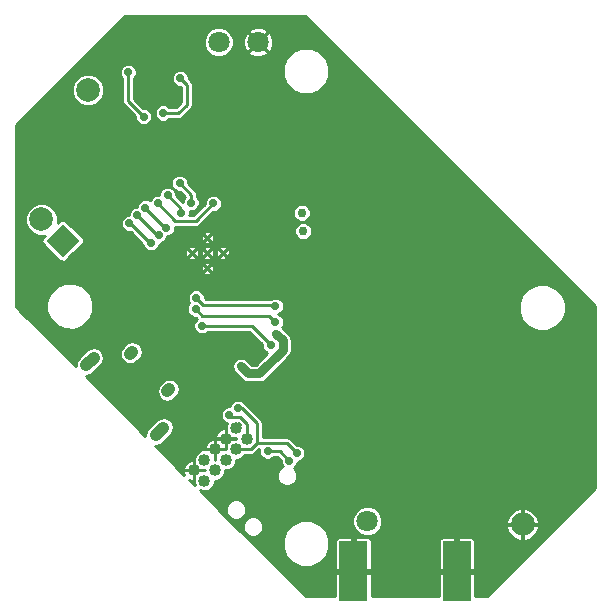
<source format=gbl>
G04 #@! TF.FileFunction,Copper,L2,Bot,Signal*
%FSLAX46Y46*%
G04 Gerber Fmt 4.6, Leading zero omitted, Abs format (unit mm)*
G04 Created by KiCad (PCBNEW 0.201509071501+6164~29~ubuntu14.04.1-product) date Wed 06 Jan 2016 18:25:32 GMT*
%MOMM*%
G01*
G04 APERTURE LIST*
%ADD10C,0.100000*%
%ADD11C,2.000000*%
%ADD12C,1.016000*%
%ADD13R,2.413000X5.080000*%
%ADD14C,1.800000*%
%ADD15C,0.750000*%
%ADD16C,1.000000*%
%ADD17C,0.400000*%
%ADD18C,0.700000*%
%ADD19C,0.750000*%
%ADD20C,0.500000*%
%ADD21C,0.250000*%
G04 APERTURE END LIST*
D10*
G36*
X106400000Y-106035786D02*
X107814214Y-107450000D01*
X106400000Y-108864214D01*
X104985786Y-107450000D01*
X106400000Y-106035786D01*
X106400000Y-106035786D01*
G37*
D11*
X104603949Y-105653949D03*
D12*
X121098025Y-123305923D03*
X121996051Y-124203949D03*
X120200000Y-124203949D03*
X121098025Y-125101975D03*
X119301974Y-125101975D03*
X120200000Y-126000000D03*
X118403949Y-126000000D03*
X119301974Y-126898026D03*
X117505923Y-126898026D03*
X118403949Y-127796051D03*
D13*
X139781500Y-135450000D03*
X131018500Y-135450000D03*
D14*
X132200000Y-131200000D03*
X119600000Y-90650000D03*
X122950000Y-90650000D03*
D15*
X126750000Y-106650000D03*
X126650000Y-105100000D03*
D11*
X108565224Y-94715224D03*
X145334776Y-131484776D03*
D16*
X115433021Y-120013604D02*
X115256245Y-120190380D01*
X112286396Y-116866979D02*
X112109620Y-117043755D01*
X114920369Y-123283973D02*
X114283973Y-123920369D01*
X109016027Y-117379631D02*
X108379631Y-118016027D01*
D17*
X119950000Y-108500000D03*
X118650000Y-109800000D03*
X118650000Y-107200000D03*
X117350000Y-108500000D03*
X118650000Y-108500000D03*
D18*
X125050000Y-115900000D03*
X124450000Y-115350000D03*
X121500000Y-118100000D03*
X122100000Y-118700000D03*
X116350000Y-93700000D03*
X114900000Y-96650000D03*
X111950000Y-93200000D03*
X113250000Y-96950000D03*
X106250000Y-100650000D03*
X128000000Y-112600000D03*
X124600000Y-112050000D03*
X115300000Y-113250000D03*
X114800000Y-108450000D03*
X113250000Y-108350000D03*
X122050000Y-106600000D03*
X116400000Y-121850000D03*
X115800000Y-121250000D03*
X125650000Y-105350000D03*
X121200000Y-102700000D03*
X141750000Y-136600000D03*
X141750000Y-134200000D03*
X129050000Y-134350000D03*
X129050000Y-136750000D03*
X141750000Y-135450000D03*
X129050000Y-135450000D03*
X127950000Y-102750000D03*
X128500000Y-98950000D03*
X109650000Y-110700000D03*
X132150000Y-99200000D03*
X120500000Y-128900000D03*
X121400000Y-128900000D03*
X125050000Y-97450000D03*
X112550000Y-112550000D03*
X115250000Y-115400000D03*
X115250000Y-114450000D03*
X118150000Y-116000000D03*
X121150000Y-101500000D03*
X118150000Y-96200000D03*
X118250000Y-95250000D03*
X110100000Y-96100000D03*
X111100000Y-96250000D03*
X114900000Y-94550000D03*
X115750000Y-94550000D03*
X114450000Y-104300000D03*
X119150000Y-104300000D03*
X120500000Y-122200000D03*
X123750000Y-125278800D03*
X125579081Y-126079081D03*
X121250000Y-121650000D03*
X126215479Y-125442683D03*
X112050000Y-106000000D03*
X113881135Y-107627025D03*
X116308414Y-102583424D03*
X117279080Y-104229080D03*
X115282317Y-103609522D03*
X116429081Y-105079081D03*
X112700000Y-105300000D03*
X114517532Y-106990627D03*
X113375209Y-104675209D03*
X115170801Y-106371561D03*
X124000000Y-116300000D03*
X118200000Y-114650000D03*
X124400000Y-114350000D03*
X117650000Y-113250000D03*
X124400000Y-113000000D03*
X117700000Y-112300000D03*
D19*
X125050000Y-116700000D02*
X123050000Y-118700000D01*
X123050000Y-118700000D02*
X122100000Y-118700000D01*
X125050000Y-115900000D02*
X125050000Y-116700000D01*
X124450000Y-115350000D02*
X124500000Y-115350000D01*
X124500000Y-115350000D02*
X125050000Y-115900000D01*
X122100000Y-118700000D02*
X121500000Y-118100000D01*
D20*
X121098025Y-123305923D02*
X121303948Y-123100000D01*
D21*
X116900000Y-94250000D02*
X116350000Y-93700000D01*
X116900000Y-95950000D02*
X116900000Y-94250000D01*
X116200000Y-96650000D02*
X116900000Y-95950000D01*
X114900000Y-96650000D02*
X116200000Y-96650000D01*
X111950000Y-95650000D02*
X111950000Y-93200000D01*
X113250000Y-96950000D02*
X111950000Y-95650000D01*
X117650000Y-105800000D02*
X115950000Y-105800000D01*
X115950000Y-105800000D02*
X114450000Y-104300000D01*
X119150000Y-104300000D02*
X117650000Y-105800000D01*
X120500000Y-122200000D02*
X120700003Y-122400003D01*
X120700003Y-122400003D02*
X121424947Y-122400003D01*
X124800000Y-125300000D02*
X124778800Y-125278800D01*
X124778800Y-125278800D02*
X123750000Y-125278800D01*
X125579081Y-126079081D02*
X124800000Y-125300000D01*
X121424947Y-122400003D02*
X121996051Y-122971107D01*
X121996051Y-122971107D02*
X121996051Y-123485529D01*
X121996051Y-123485529D02*
X121996051Y-124203949D01*
X121996051Y-124203949D02*
X122203949Y-124203949D01*
X121550000Y-121650000D02*
X122829052Y-122929052D01*
X122829052Y-122929052D02*
X122829052Y-123167698D01*
X121250000Y-121650000D02*
X121550000Y-121650000D01*
X126215479Y-125442683D02*
X125376586Y-124603790D01*
X125376586Y-124603790D02*
X122829052Y-124603790D01*
X122829052Y-123167698D02*
X122829052Y-124603790D01*
X122829052Y-124603790D02*
X122330867Y-125101975D01*
X122330867Y-125101975D02*
X121816445Y-125101975D01*
X121816445Y-125101975D02*
X121098025Y-125101975D01*
X112193499Y-106061939D02*
X112111939Y-106061939D01*
X112111939Y-106061939D02*
X112050000Y-106000000D01*
X113881135Y-107627025D02*
X113758585Y-107627025D01*
X113758585Y-107627025D02*
X112193499Y-106061939D01*
X117279080Y-104229080D02*
X117279080Y-103554090D01*
X117279080Y-103554090D02*
X116308414Y-102583424D01*
X116429081Y-105079081D02*
X116429081Y-104756286D01*
X116429081Y-104756286D02*
X115282317Y-103609522D01*
X112828958Y-105424604D02*
X112824604Y-105424604D01*
X112824604Y-105424604D02*
X112700000Y-105300000D01*
X114517532Y-106990627D02*
X114394981Y-106990627D01*
X114394981Y-106990627D02*
X112828958Y-105424604D01*
X115170801Y-106371561D02*
X115071561Y-106371561D01*
X115071561Y-106371561D02*
X113375209Y-104675209D01*
X124000000Y-116300000D02*
X124000000Y-116250000D01*
X124000000Y-116250000D02*
X122400000Y-114650000D01*
X122400000Y-114650000D02*
X118200000Y-114650000D01*
X118200000Y-113800000D02*
X123850000Y-113800000D01*
X123850000Y-113800000D02*
X124400000Y-114350000D01*
X118200000Y-113800000D02*
X117650000Y-113250000D01*
X124400000Y-113000000D02*
X124300000Y-112900000D01*
X124300000Y-112900000D02*
X118300000Y-112900000D01*
X118300000Y-112900000D02*
X117700000Y-112300000D01*
G36*
X151450000Y-112986396D02*
X151450000Y-128413604D01*
X142313604Y-137550000D01*
X141313000Y-137550000D01*
X141313000Y-135656250D01*
X141231750Y-135575000D01*
X139906500Y-135575000D01*
X139906500Y-135595000D01*
X139656500Y-135595000D01*
X139656500Y-135575000D01*
X138331250Y-135575000D01*
X138250000Y-135656250D01*
X138250000Y-137550000D01*
X132550000Y-137550000D01*
X132550000Y-135656250D01*
X132468750Y-135575000D01*
X131143500Y-135575000D01*
X131143500Y-135595000D01*
X130893500Y-135595000D01*
X130893500Y-135575000D01*
X129568250Y-135575000D01*
X129487000Y-135656250D01*
X129487000Y-137550000D01*
X126986396Y-137550000D01*
X122927524Y-133491128D01*
X125024657Y-133491128D01*
X125324700Y-134217286D01*
X125879791Y-134773348D01*
X126605425Y-135074657D01*
X127391128Y-135075343D01*
X128117286Y-134775300D01*
X128673348Y-134220209D01*
X128974657Y-133494575D01*
X128975223Y-132845353D01*
X129487000Y-132845353D01*
X129487000Y-135243750D01*
X129568250Y-135325000D01*
X130893500Y-135325000D01*
X130893500Y-132666250D01*
X131143500Y-132666250D01*
X131143500Y-135325000D01*
X132468750Y-135325000D01*
X132550000Y-135243750D01*
X132550000Y-132845353D01*
X138250000Y-132845353D01*
X138250000Y-135243750D01*
X138331250Y-135325000D01*
X139656500Y-135325000D01*
X139656500Y-132666250D01*
X139906500Y-132666250D01*
X139906500Y-135325000D01*
X141231750Y-135325000D01*
X141313000Y-135243750D01*
X141313000Y-132845353D01*
X141263521Y-132725902D01*
X141172097Y-132634478D01*
X141052646Y-132585000D01*
X139987750Y-132585000D01*
X139906500Y-132666250D01*
X139656500Y-132666250D01*
X139575250Y-132585000D01*
X138510354Y-132585000D01*
X138390903Y-132634478D01*
X138299479Y-132725902D01*
X138250000Y-132845353D01*
X132550000Y-132845353D01*
X132500521Y-132725902D01*
X132409097Y-132634478D01*
X132289646Y-132585000D01*
X131224750Y-132585000D01*
X131143500Y-132666250D01*
X130893500Y-132666250D01*
X130812250Y-132585000D01*
X129747354Y-132585000D01*
X129627903Y-132634478D01*
X129536479Y-132725902D01*
X129487000Y-132845353D01*
X128975223Y-132845353D01*
X128975343Y-132708872D01*
X128675300Y-131982714D01*
X128146013Y-131452501D01*
X130924779Y-131452501D01*
X131118477Y-131921286D01*
X131476827Y-132280262D01*
X131945274Y-132474778D01*
X132452501Y-132475221D01*
X132921286Y-132281523D01*
X133280262Y-131923173D01*
X133369184Y-131709024D01*
X143950889Y-131709024D01*
X144142047Y-132221545D01*
X144514787Y-132621899D01*
X145012363Y-132849137D01*
X145110528Y-132868663D01*
X145329776Y-132792954D01*
X145329776Y-131489776D01*
X145339776Y-131489776D01*
X145339776Y-132792954D01*
X145559024Y-132868663D01*
X146071545Y-132677505D01*
X146471899Y-132304765D01*
X146699137Y-131807189D01*
X146718663Y-131709024D01*
X146642954Y-131489776D01*
X145339776Y-131489776D01*
X145329776Y-131489776D01*
X144026598Y-131489776D01*
X143950889Y-131709024D01*
X133369184Y-131709024D01*
X133474778Y-131454726D01*
X133474947Y-131260528D01*
X143950889Y-131260528D01*
X144026598Y-131479776D01*
X145329776Y-131479776D01*
X145329776Y-130176598D01*
X145339776Y-130176598D01*
X145339776Y-131479776D01*
X146642954Y-131479776D01*
X146718663Y-131260528D01*
X146527505Y-130748007D01*
X146154765Y-130347653D01*
X145657189Y-130120415D01*
X145559024Y-130100889D01*
X145339776Y-130176598D01*
X145329776Y-130176598D01*
X145110528Y-130100889D01*
X144598007Y-130292047D01*
X144197653Y-130664787D01*
X143970415Y-131162363D01*
X143950889Y-131260528D01*
X133474947Y-131260528D01*
X133475221Y-130947499D01*
X133281523Y-130478714D01*
X132923173Y-130119738D01*
X132454726Y-129925222D01*
X131947499Y-129924779D01*
X131478714Y-130118477D01*
X131119738Y-130476827D01*
X130925222Y-130945274D01*
X130924779Y-131452501D01*
X128146013Y-131452501D01*
X128120209Y-131426652D01*
X127394575Y-131125343D01*
X126608872Y-131124657D01*
X125882714Y-131424700D01*
X125326652Y-131979791D01*
X125025343Y-132705425D01*
X125024657Y-133491128D01*
X122927524Y-133491128D01*
X121270617Y-131834221D01*
X121643683Y-131834221D01*
X121776613Y-132155936D01*
X122022539Y-132402292D01*
X122344022Y-132535784D01*
X122692119Y-132536087D01*
X123013834Y-132403157D01*
X123260190Y-132157231D01*
X123393682Y-131835748D01*
X123393985Y-131487651D01*
X123261055Y-131165936D01*
X123015129Y-130919580D01*
X122693646Y-130786088D01*
X122345549Y-130785785D01*
X122023834Y-130918715D01*
X121777478Y-131164641D01*
X121643986Y-131486124D01*
X121643683Y-131834221D01*
X121270617Y-131834221D01*
X119833776Y-130397380D01*
X120206842Y-130397380D01*
X120339772Y-130719095D01*
X120585698Y-130965451D01*
X120907181Y-131098943D01*
X121255278Y-131099246D01*
X121576993Y-130966316D01*
X121823349Y-130720390D01*
X121956841Y-130398907D01*
X121957144Y-130050810D01*
X121824214Y-129729095D01*
X121578288Y-129482739D01*
X121256805Y-129349247D01*
X120908708Y-129348944D01*
X120586993Y-129481874D01*
X120340637Y-129727800D01*
X120207145Y-130049283D01*
X120206842Y-130397380D01*
X119833776Y-130397380D01*
X118035588Y-128599192D01*
X118227539Y-128678897D01*
X118578818Y-128679204D01*
X118903475Y-128545058D01*
X119152083Y-128296883D01*
X119286795Y-127972461D01*
X119286962Y-127781013D01*
X119476843Y-127781179D01*
X119801500Y-127647033D01*
X120050108Y-127398858D01*
X120184820Y-127074436D01*
X120184987Y-126882987D01*
X120374869Y-126883153D01*
X120699526Y-126749007D01*
X120948134Y-126500832D01*
X121082846Y-126176410D01*
X121083013Y-125984962D01*
X121272894Y-125985128D01*
X121597551Y-125850982D01*
X121846159Y-125602807D01*
X121846504Y-125601975D01*
X122330867Y-125601975D01*
X122522209Y-125563915D01*
X122684420Y-125455528D01*
X123036158Y-125103790D01*
X123037652Y-125103790D01*
X123025126Y-125133956D01*
X123024874Y-125422379D01*
X123135016Y-125688943D01*
X123338784Y-125893067D01*
X123605156Y-126003674D01*
X123893579Y-126003926D01*
X124160143Y-125893784D01*
X124275328Y-125778800D01*
X124571694Y-125778800D01*
X124854096Y-126061202D01*
X124853955Y-126222660D01*
X124964097Y-126489224D01*
X125028734Y-126553974D01*
X124897516Y-126608192D01*
X124651160Y-126854118D01*
X124517668Y-127175601D01*
X124517365Y-127523698D01*
X124650295Y-127845413D01*
X124896221Y-128091769D01*
X125217704Y-128225261D01*
X125565801Y-128225564D01*
X125887516Y-128092634D01*
X126133872Y-127846708D01*
X126267364Y-127525225D01*
X126267667Y-127177128D01*
X126134737Y-126855413D01*
X125978213Y-126698615D01*
X125989224Y-126694065D01*
X126193348Y-126490297D01*
X126303955Y-126223925D01*
X126304004Y-126167761D01*
X126359058Y-126167809D01*
X126625622Y-126057667D01*
X126829746Y-125853899D01*
X126940353Y-125587527D01*
X126940605Y-125299104D01*
X126830463Y-125032540D01*
X126626695Y-124828416D01*
X126360323Y-124717809D01*
X126197569Y-124717667D01*
X125730139Y-124250237D01*
X125567928Y-124141850D01*
X125376586Y-124103790D01*
X123329052Y-124103790D01*
X123329052Y-122929052D01*
X123290992Y-122737710D01*
X123237770Y-122658058D01*
X123182606Y-122575499D01*
X121903553Y-121296447D01*
X121882575Y-121282430D01*
X121864984Y-121239857D01*
X121661216Y-121035733D01*
X121394844Y-120925126D01*
X121106421Y-120924874D01*
X120839857Y-121035016D01*
X120635733Y-121238784D01*
X120537634Y-121475032D01*
X120356421Y-121474874D01*
X120089857Y-121585016D01*
X119885733Y-121788784D01*
X119775126Y-122055156D01*
X119774874Y-122343579D01*
X119885016Y-122610143D01*
X120088784Y-122814267D01*
X120308242Y-122905394D01*
X120215179Y-123129513D01*
X120214950Y-123391627D01*
X120205000Y-123397415D01*
X120205000Y-124198949D01*
X121006534Y-124198949D01*
X121012409Y-124188848D01*
X121113064Y-124188936D01*
X121113038Y-124218988D01*
X121012322Y-124218900D01*
X121006534Y-124208949D01*
X120205000Y-124208949D01*
X120205000Y-125010483D01*
X120215100Y-125016358D01*
X120215012Y-125117013D01*
X120114296Y-125116925D01*
X120108508Y-125106975D01*
X119306974Y-125106975D01*
X119306974Y-125908509D01*
X119317075Y-125914384D01*
X119316987Y-126015039D01*
X119286936Y-126015013D01*
X119287024Y-125914297D01*
X119296974Y-125908509D01*
X119296974Y-125106975D01*
X118495440Y-125106975D01*
X118489565Y-125117075D01*
X118229080Y-125116847D01*
X117904423Y-125250993D01*
X117655815Y-125499168D01*
X117521103Y-125823590D01*
X117520874Y-126085704D01*
X117510923Y-126091492D01*
X117510923Y-126893026D01*
X118312457Y-126893026D01*
X118318332Y-126882925D01*
X118418987Y-126883013D01*
X118418961Y-126913064D01*
X118318245Y-126912976D01*
X118312457Y-126903026D01*
X117510923Y-126903026D01*
X117510923Y-127704560D01*
X117521024Y-127710435D01*
X117520796Y-127970920D01*
X117600702Y-128164306D01*
X117136394Y-127699998D01*
X117300618Y-127774603D01*
X117360149Y-127786445D01*
X117500923Y-127704560D01*
X117500923Y-126903026D01*
X116699389Y-126903026D01*
X116617504Y-127043800D01*
X116699974Y-127263578D01*
X116188648Y-126752252D01*
X116617504Y-126752252D01*
X116699389Y-126893026D01*
X117500923Y-126893026D01*
X117500923Y-126091492D01*
X117360149Y-126009607D01*
X117031262Y-126133019D01*
X116774638Y-126372897D01*
X116629346Y-126692721D01*
X116617504Y-126752252D01*
X116188648Y-126752252D01*
X114392597Y-124956201D01*
X118413555Y-124956201D01*
X118495440Y-125096975D01*
X119296974Y-125096975D01*
X119296974Y-124295441D01*
X119306974Y-124295441D01*
X119306974Y-125096975D01*
X120108508Y-125096975D01*
X120140316Y-125042291D01*
X120195000Y-125010483D01*
X120195000Y-124208949D01*
X119393466Y-124208949D01*
X119361658Y-124263633D01*
X119306974Y-124295441D01*
X119296974Y-124295441D01*
X119156200Y-124213556D01*
X118827313Y-124336968D01*
X118570689Y-124576846D01*
X118425397Y-124896670D01*
X118413555Y-124956201D01*
X114392597Y-124956201D01*
X114246271Y-124809875D01*
X114265618Y-124813723D01*
X114600466Y-124747119D01*
X114884336Y-124557442D01*
X115383603Y-124058175D01*
X119311581Y-124058175D01*
X119393466Y-124198949D01*
X120195000Y-124198949D01*
X120195000Y-123397415D01*
X120054226Y-123315530D01*
X119725339Y-123438942D01*
X119468715Y-123678820D01*
X119323423Y-123998644D01*
X119311581Y-124058175D01*
X115383603Y-124058175D01*
X115557443Y-123884336D01*
X115747119Y-123600466D01*
X115813724Y-123265618D01*
X115747119Y-122930769D01*
X115557443Y-122646899D01*
X115273573Y-122457223D01*
X114938724Y-122390618D01*
X114603876Y-122457223D01*
X114320006Y-122646899D01*
X113646900Y-123320006D01*
X113457223Y-123603876D01*
X113390619Y-123938724D01*
X113394467Y-123958071D01*
X109640629Y-120204233D01*
X114367393Y-120204233D01*
X114433997Y-120539081D01*
X114623674Y-120822951D01*
X114907544Y-121012628D01*
X115242392Y-121079232D01*
X115577240Y-121012628D01*
X115861110Y-120822951D01*
X116065592Y-120618470D01*
X116255269Y-120334599D01*
X116321873Y-119999751D01*
X116255269Y-119664903D01*
X116065592Y-119381033D01*
X115781722Y-119191356D01*
X115446874Y-119124752D01*
X115112026Y-119191356D01*
X114828155Y-119381033D01*
X114623674Y-119585515D01*
X114433997Y-119869385D01*
X114367393Y-120204233D01*
X109640629Y-120204233D01*
X108341929Y-118905533D01*
X108361276Y-118909381D01*
X108696124Y-118842777D01*
X108979994Y-118653100D01*
X109653101Y-117979994D01*
X109842777Y-117696124D01*
X109909382Y-117361276D01*
X109848980Y-117057608D01*
X111220768Y-117057608D01*
X111287372Y-117392456D01*
X111477049Y-117676326D01*
X111760919Y-117866003D01*
X112095767Y-117932607D01*
X112430615Y-117866003D01*
X112714485Y-117676326D01*
X112918967Y-117471845D01*
X113108644Y-117187974D01*
X113175248Y-116853126D01*
X113108644Y-116518278D01*
X112918967Y-116234408D01*
X112635097Y-116044731D01*
X112300249Y-115978127D01*
X111965401Y-116044731D01*
X111681530Y-116234408D01*
X111477049Y-116438890D01*
X111287372Y-116722760D01*
X111220768Y-117057608D01*
X109848980Y-117057608D01*
X109842777Y-117026427D01*
X109653101Y-116742557D01*
X109369231Y-116552881D01*
X109034382Y-116486276D01*
X108699534Y-116552881D01*
X108415664Y-116742557D01*
X107742558Y-117415664D01*
X107552881Y-117699534D01*
X107486277Y-118034382D01*
X107490125Y-118053729D01*
X102827524Y-113391128D01*
X105024657Y-113391128D01*
X105324700Y-114117286D01*
X105879791Y-114673348D01*
X106605425Y-114974657D01*
X107391128Y-114975343D01*
X108117286Y-114675300D01*
X108673348Y-114120209D01*
X108974657Y-113394575D01*
X108974657Y-113393579D01*
X116924874Y-113393579D01*
X117035016Y-113660143D01*
X117238784Y-113864267D01*
X117505156Y-113974874D01*
X117667910Y-113975016D01*
X117758856Y-114065963D01*
X117585733Y-114238784D01*
X117475126Y-114505156D01*
X117474874Y-114793579D01*
X117585016Y-115060143D01*
X117788784Y-115264267D01*
X118055156Y-115374874D01*
X118343579Y-115375126D01*
X118610143Y-115264984D01*
X118725328Y-115150000D01*
X122192894Y-115150000D01*
X123275059Y-116232165D01*
X123274874Y-116443579D01*
X123385016Y-116710143D01*
X123588784Y-116914267D01*
X123720415Y-116968925D01*
X122739340Y-117950000D01*
X122410660Y-117950000D01*
X122030330Y-117569670D01*
X121924248Y-117498788D01*
X121911216Y-117485733D01*
X121894030Y-117478597D01*
X121787013Y-117407090D01*
X121661879Y-117382199D01*
X121644844Y-117375126D01*
X121626236Y-117375110D01*
X121500000Y-117350000D01*
X121374868Y-117374890D01*
X121356421Y-117374874D01*
X121339222Y-117381980D01*
X121212987Y-117407090D01*
X121106906Y-117477972D01*
X121089857Y-117485016D01*
X121076687Y-117498163D01*
X120969670Y-117569670D01*
X120898788Y-117675752D01*
X120885733Y-117688784D01*
X120878597Y-117705970D01*
X120807090Y-117812987D01*
X120782199Y-117938121D01*
X120775126Y-117955156D01*
X120775110Y-117973764D01*
X120750000Y-118100000D01*
X120774890Y-118225132D01*
X120774874Y-118243579D01*
X120781980Y-118260778D01*
X120807090Y-118387013D01*
X120877972Y-118493094D01*
X120885016Y-118510143D01*
X120898163Y-118523313D01*
X120969670Y-118630330D01*
X121569670Y-119230330D01*
X121675752Y-119301212D01*
X121688784Y-119314267D01*
X121705970Y-119321403D01*
X121812987Y-119392910D01*
X121938121Y-119417801D01*
X121955156Y-119424874D01*
X121973764Y-119424890D01*
X122100000Y-119450000D01*
X123050000Y-119450000D01*
X123337013Y-119392910D01*
X123580330Y-119230330D01*
X125580330Y-117230330D01*
X125742910Y-116987013D01*
X125800000Y-116700000D01*
X125800000Y-115900000D01*
X125775110Y-115774868D01*
X125775126Y-115756421D01*
X125768020Y-115739222D01*
X125742910Y-115612987D01*
X125672028Y-115506906D01*
X125664984Y-115489857D01*
X125651837Y-115476687D01*
X125580330Y-115369670D01*
X125030330Y-114819670D01*
X124985630Y-114789803D01*
X125014267Y-114761216D01*
X125124874Y-114494844D01*
X125125126Y-114206421D01*
X125014984Y-113939857D01*
X124811216Y-113735733D01*
X124664924Y-113674987D01*
X124810143Y-113614984D01*
X124934215Y-113491128D01*
X145024657Y-113491128D01*
X145324700Y-114217286D01*
X145879791Y-114773348D01*
X146605425Y-115074657D01*
X147391128Y-115075343D01*
X148117286Y-114775300D01*
X148673348Y-114220209D01*
X148974657Y-113494575D01*
X148975343Y-112708872D01*
X148675300Y-111982714D01*
X148120209Y-111426652D01*
X147394575Y-111125343D01*
X146608872Y-111124657D01*
X145882714Y-111424700D01*
X145326652Y-111979791D01*
X145025343Y-112705425D01*
X145024657Y-113491128D01*
X124934215Y-113491128D01*
X125014267Y-113411216D01*
X125124874Y-113144844D01*
X125125126Y-112856421D01*
X125014984Y-112589857D01*
X124811216Y-112385733D01*
X124544844Y-112275126D01*
X124256421Y-112274874D01*
X123989857Y-112385016D01*
X123974847Y-112400000D01*
X118507106Y-112400000D01*
X118424985Y-112317879D01*
X118425126Y-112156421D01*
X118314984Y-111889857D01*
X118111216Y-111685733D01*
X117844844Y-111575126D01*
X117556421Y-111574874D01*
X117289857Y-111685016D01*
X117085733Y-111888784D01*
X116975126Y-112155156D01*
X116974874Y-112443579D01*
X117085016Y-112710143D01*
X117124738Y-112749934D01*
X117035733Y-112838784D01*
X116925126Y-113105156D01*
X116924874Y-113393579D01*
X108974657Y-113393579D01*
X108975343Y-112608872D01*
X108675300Y-111882714D01*
X108120209Y-111326652D01*
X107394575Y-111025343D01*
X106608872Y-111024657D01*
X105882714Y-111324700D01*
X105326652Y-111879791D01*
X105025343Y-112605425D01*
X105024657Y-113391128D01*
X102827524Y-113391128D01*
X102450000Y-113013604D01*
X102450000Y-110151779D01*
X118305293Y-110151779D01*
X118309459Y-110277220D01*
X118518006Y-110371214D01*
X118746647Y-110378245D01*
X118960575Y-110297243D01*
X118990541Y-110277220D01*
X118994707Y-110151779D01*
X118650000Y-109807071D01*
X118305293Y-110151779D01*
X102450000Y-110151779D01*
X102450000Y-109896647D01*
X118071755Y-109896647D01*
X118152757Y-110110575D01*
X118172780Y-110140541D01*
X118298221Y-110144707D01*
X118642929Y-109800000D01*
X118657071Y-109800000D01*
X119001779Y-110144707D01*
X119127220Y-110140541D01*
X119221214Y-109931994D01*
X119228245Y-109703353D01*
X119147243Y-109489425D01*
X119127220Y-109459459D01*
X119001779Y-109455293D01*
X118657071Y-109800000D01*
X118642929Y-109800000D01*
X118298221Y-109455293D01*
X118172780Y-109459459D01*
X118078786Y-109668006D01*
X118071755Y-109896647D01*
X102450000Y-109896647D01*
X102450000Y-109448221D01*
X118305293Y-109448221D01*
X118650000Y-109792929D01*
X118994707Y-109448221D01*
X118990541Y-109322780D01*
X118781994Y-109228786D01*
X118553353Y-109221755D01*
X118339425Y-109302757D01*
X118309459Y-109322780D01*
X118305293Y-109448221D01*
X102450000Y-109448221D01*
X102450000Y-105926254D01*
X103228711Y-105926254D01*
X103437601Y-106431806D01*
X103824057Y-106818938D01*
X104329245Y-107028710D01*
X104865890Y-107029178D01*
X104715427Y-107179641D01*
X104635652Y-107296394D01*
X104603476Y-107444718D01*
X104631542Y-107593874D01*
X104715427Y-107720359D01*
X106129641Y-109134573D01*
X106246394Y-109214348D01*
X106394718Y-109246524D01*
X106543874Y-109218458D01*
X106670359Y-109134573D01*
X106953153Y-108851779D01*
X117005293Y-108851779D01*
X117009459Y-108977220D01*
X117218006Y-109071214D01*
X117446647Y-109078245D01*
X117660575Y-108997243D01*
X117690541Y-108977220D01*
X117694707Y-108851779D01*
X118305293Y-108851779D01*
X118309459Y-108977220D01*
X118518006Y-109071214D01*
X118746647Y-109078245D01*
X118960575Y-108997243D01*
X118990541Y-108977220D01*
X118994707Y-108851779D01*
X119605293Y-108851779D01*
X119609459Y-108977220D01*
X119818006Y-109071214D01*
X120046647Y-109078245D01*
X120260575Y-108997243D01*
X120290541Y-108977220D01*
X120294707Y-108851779D01*
X119950000Y-108507071D01*
X119605293Y-108851779D01*
X118994707Y-108851779D01*
X118650000Y-108507071D01*
X118305293Y-108851779D01*
X117694707Y-108851779D01*
X117350000Y-108507071D01*
X117005293Y-108851779D01*
X106953153Y-108851779D01*
X107208285Y-108596647D01*
X116771755Y-108596647D01*
X116852757Y-108810575D01*
X116872780Y-108840541D01*
X116998221Y-108844707D01*
X117342929Y-108500000D01*
X117357071Y-108500000D01*
X117701779Y-108844707D01*
X117827220Y-108840541D01*
X117921214Y-108631994D01*
X117922300Y-108596647D01*
X118071755Y-108596647D01*
X118152757Y-108810575D01*
X118172780Y-108840541D01*
X118298221Y-108844707D01*
X118642929Y-108500000D01*
X118657071Y-108500000D01*
X119001779Y-108844707D01*
X119127220Y-108840541D01*
X119221214Y-108631994D01*
X119222300Y-108596647D01*
X119371755Y-108596647D01*
X119452757Y-108810575D01*
X119472780Y-108840541D01*
X119598221Y-108844707D01*
X119942929Y-108500000D01*
X119957071Y-108500000D01*
X120301779Y-108844707D01*
X120427220Y-108840541D01*
X120521214Y-108631994D01*
X120528245Y-108403353D01*
X120447243Y-108189425D01*
X120427220Y-108159459D01*
X120301779Y-108155293D01*
X119957071Y-108500000D01*
X119942929Y-108500000D01*
X119598221Y-108155293D01*
X119472780Y-108159459D01*
X119378786Y-108368006D01*
X119371755Y-108596647D01*
X119222300Y-108596647D01*
X119228245Y-108403353D01*
X119147243Y-108189425D01*
X119127220Y-108159459D01*
X119001779Y-108155293D01*
X118657071Y-108500000D01*
X118642929Y-108500000D01*
X118298221Y-108155293D01*
X118172780Y-108159459D01*
X118078786Y-108368006D01*
X118071755Y-108596647D01*
X117922300Y-108596647D01*
X117928245Y-108403353D01*
X117847243Y-108189425D01*
X117827220Y-108159459D01*
X117701779Y-108155293D01*
X117357071Y-108500000D01*
X117342929Y-108500000D01*
X116998221Y-108155293D01*
X116872780Y-108159459D01*
X116778786Y-108368006D01*
X116771755Y-108596647D01*
X107208285Y-108596647D01*
X108084573Y-107720359D01*
X108164348Y-107603606D01*
X108196524Y-107455282D01*
X108168458Y-107306126D01*
X108084573Y-107179641D01*
X107048511Y-106143579D01*
X111324874Y-106143579D01*
X111435016Y-106410143D01*
X111638784Y-106614267D01*
X111905156Y-106724874D01*
X112149542Y-106725088D01*
X113156043Y-107731589D01*
X113156009Y-107770604D01*
X113266151Y-108037168D01*
X113469919Y-108241292D01*
X113736291Y-108351899D01*
X114024714Y-108352151D01*
X114291278Y-108242009D01*
X114385229Y-108148221D01*
X117005293Y-108148221D01*
X117350000Y-108492929D01*
X117694707Y-108148221D01*
X118305293Y-108148221D01*
X118650000Y-108492929D01*
X118994707Y-108148221D01*
X119605293Y-108148221D01*
X119950000Y-108492929D01*
X120294707Y-108148221D01*
X120290541Y-108022780D01*
X120081994Y-107928786D01*
X119853353Y-107921755D01*
X119639425Y-108002757D01*
X119609459Y-108022780D01*
X119605293Y-108148221D01*
X118994707Y-108148221D01*
X118990541Y-108022780D01*
X118781994Y-107928786D01*
X118553353Y-107921755D01*
X118339425Y-108002757D01*
X118309459Y-108022780D01*
X118305293Y-108148221D01*
X117694707Y-108148221D01*
X117690541Y-108022780D01*
X117481994Y-107928786D01*
X117253353Y-107921755D01*
X117039425Y-108002757D01*
X117009459Y-108022780D01*
X117005293Y-108148221D01*
X114385229Y-108148221D01*
X114495402Y-108038241D01*
X114606009Y-107771869D01*
X114606058Y-107715705D01*
X114661111Y-107715753D01*
X114927675Y-107605611D01*
X114981601Y-107551779D01*
X118305293Y-107551779D01*
X118309459Y-107677220D01*
X118518006Y-107771214D01*
X118746647Y-107778245D01*
X118960575Y-107697243D01*
X118990541Y-107677220D01*
X118994707Y-107551779D01*
X118650000Y-107207071D01*
X118305293Y-107551779D01*
X114981601Y-107551779D01*
X115131799Y-107401843D01*
X115175480Y-107296647D01*
X118071755Y-107296647D01*
X118152757Y-107510575D01*
X118172780Y-107540541D01*
X118298221Y-107544707D01*
X118642929Y-107200000D01*
X118657071Y-107200000D01*
X119001779Y-107544707D01*
X119127220Y-107540541D01*
X119221214Y-107331994D01*
X119228245Y-107103353D01*
X119147243Y-106889425D01*
X119127220Y-106859459D01*
X119001779Y-106855293D01*
X118657071Y-107200000D01*
X118642929Y-107200000D01*
X118298221Y-106855293D01*
X118172780Y-106859459D01*
X118078786Y-107068006D01*
X118071755Y-107296647D01*
X115175480Y-107296647D01*
X115242406Y-107135471D01*
X115242440Y-107096624D01*
X115314380Y-107096687D01*
X115580944Y-106986545D01*
X115719509Y-106848221D01*
X118305293Y-106848221D01*
X118650000Y-107192929D01*
X118994707Y-106848221D01*
X118993057Y-106798530D01*
X125999870Y-106798530D01*
X126113811Y-107074286D01*
X126324605Y-107285448D01*
X126600161Y-107399869D01*
X126898530Y-107400130D01*
X127174286Y-107286189D01*
X127385448Y-107075395D01*
X127499869Y-106799839D01*
X127500130Y-106501470D01*
X127386189Y-106225714D01*
X127175395Y-106014552D01*
X126899839Y-105900131D01*
X126601470Y-105899870D01*
X126325714Y-106013811D01*
X126114552Y-106224605D01*
X126000131Y-106500161D01*
X125999870Y-106798530D01*
X118993057Y-106798530D01*
X118990541Y-106722780D01*
X118781994Y-106628786D01*
X118553353Y-106621755D01*
X118339425Y-106702757D01*
X118309459Y-106722780D01*
X118305293Y-106848221D01*
X115719509Y-106848221D01*
X115785068Y-106782777D01*
X115895675Y-106516405D01*
X115895873Y-106289234D01*
X115950000Y-106300000D01*
X117650000Y-106300000D01*
X117841342Y-106261940D01*
X118003553Y-106153553D01*
X118908576Y-105248530D01*
X125899870Y-105248530D01*
X126013811Y-105524286D01*
X126224605Y-105735448D01*
X126500161Y-105849869D01*
X126798530Y-105850130D01*
X127074286Y-105736189D01*
X127285448Y-105525395D01*
X127399869Y-105249839D01*
X127400130Y-104951470D01*
X127286189Y-104675714D01*
X127075395Y-104464552D01*
X126799839Y-104350131D01*
X126501470Y-104349870D01*
X126225714Y-104463811D01*
X126014552Y-104674605D01*
X125900131Y-104950161D01*
X125899870Y-105248530D01*
X118908576Y-105248530D01*
X119132122Y-105024985D01*
X119293579Y-105025126D01*
X119560143Y-104914984D01*
X119764267Y-104711216D01*
X119874874Y-104444844D01*
X119875126Y-104156421D01*
X119764984Y-103889857D01*
X119561216Y-103685733D01*
X119294844Y-103575126D01*
X119006421Y-103574874D01*
X118739857Y-103685016D01*
X118535733Y-103888784D01*
X118425126Y-104155156D01*
X118424984Y-104317909D01*
X117442894Y-105300000D01*
X117122366Y-105300000D01*
X117153955Y-105223925D01*
X117154191Y-104953971D01*
X117422659Y-104954206D01*
X117689223Y-104844064D01*
X117893347Y-104640296D01*
X118003954Y-104373924D01*
X118004206Y-104085501D01*
X117894064Y-103818937D01*
X117779080Y-103703752D01*
X117779080Y-103554090D01*
X117741020Y-103362748D01*
X117632633Y-103200537D01*
X117033399Y-102601303D01*
X117033540Y-102439845D01*
X116923398Y-102173281D01*
X116719630Y-101969157D01*
X116453258Y-101858550D01*
X116164835Y-101858298D01*
X115898271Y-101968440D01*
X115694147Y-102172208D01*
X115583540Y-102438580D01*
X115583288Y-102727003D01*
X115693430Y-102993567D01*
X115897198Y-103197691D01*
X116163570Y-103308298D01*
X116326324Y-103308440D01*
X116750355Y-103732471D01*
X116664813Y-103817864D01*
X116554206Y-104084236D01*
X116554127Y-104174226D01*
X116007302Y-103627401D01*
X116007443Y-103465943D01*
X115897301Y-103199379D01*
X115693533Y-102995255D01*
X115427161Y-102884648D01*
X115138738Y-102884396D01*
X114872174Y-102994538D01*
X114668050Y-103198306D01*
X114557443Y-103464678D01*
X114557347Y-103575093D01*
X114306421Y-103574874D01*
X114039857Y-103685016D01*
X113835733Y-103888784D01*
X113767509Y-104053087D01*
X113520053Y-103950335D01*
X113231630Y-103950083D01*
X112965066Y-104060225D01*
X112760942Y-104263993D01*
X112650335Y-104530365D01*
X112650296Y-104574956D01*
X112556421Y-104574874D01*
X112289857Y-104685016D01*
X112085733Y-104888784D01*
X111975126Y-105155156D01*
X111975021Y-105274934D01*
X111906421Y-105274874D01*
X111639857Y-105385016D01*
X111435733Y-105588784D01*
X111325126Y-105855156D01*
X111324874Y-106143579D01*
X107048511Y-106143579D01*
X106670359Y-105765427D01*
X106553606Y-105685652D01*
X106405282Y-105653476D01*
X106256126Y-105681542D01*
X106129641Y-105765427D01*
X105978721Y-105916347D01*
X105979187Y-105381644D01*
X105770297Y-104876092D01*
X105383841Y-104488960D01*
X104878653Y-104279188D01*
X104331644Y-104278711D01*
X103826092Y-104487601D01*
X103438960Y-104874057D01*
X103229188Y-105379245D01*
X103228711Y-105926254D01*
X102450000Y-105926254D01*
X102450000Y-97686396D01*
X105148867Y-94987529D01*
X107189986Y-94987529D01*
X107398876Y-95493081D01*
X107785332Y-95880213D01*
X108290520Y-96089985D01*
X108837529Y-96090462D01*
X109343081Y-95881572D01*
X109730213Y-95495116D01*
X109939985Y-94989928D01*
X109940462Y-94442919D01*
X109731572Y-93937367D01*
X109345116Y-93550235D01*
X108847433Y-93343579D01*
X111224874Y-93343579D01*
X111335016Y-93610143D01*
X111450000Y-93725328D01*
X111450000Y-95650000D01*
X111488060Y-95841342D01*
X111596447Y-96003553D01*
X112525015Y-96932122D01*
X112524874Y-97093579D01*
X112635016Y-97360143D01*
X112838784Y-97564267D01*
X113105156Y-97674874D01*
X113393579Y-97675126D01*
X113660143Y-97564984D01*
X113864267Y-97361216D01*
X113974874Y-97094844D01*
X113975126Y-96806421D01*
X113969820Y-96793579D01*
X114174874Y-96793579D01*
X114285016Y-97060143D01*
X114488784Y-97264267D01*
X114755156Y-97374874D01*
X115043579Y-97375126D01*
X115310143Y-97264984D01*
X115425328Y-97150000D01*
X116200000Y-97150000D01*
X116391342Y-97111940D01*
X116553553Y-97003553D01*
X117253553Y-96303554D01*
X117361940Y-96141342D01*
X117367788Y-96111940D01*
X117400000Y-95950000D01*
X117400000Y-94250000D01*
X117361940Y-94058658D01*
X117358529Y-94053553D01*
X117253553Y-93896446D01*
X117074985Y-93717878D01*
X117075126Y-93556421D01*
X117048148Y-93491128D01*
X125024657Y-93491128D01*
X125324700Y-94217286D01*
X125879791Y-94773348D01*
X126605425Y-95074657D01*
X127391128Y-95075343D01*
X128117286Y-94775300D01*
X128673348Y-94220209D01*
X128974657Y-93494575D01*
X128975343Y-92708872D01*
X128675300Y-91982714D01*
X128120209Y-91426652D01*
X127394575Y-91125343D01*
X126608872Y-91124657D01*
X125882714Y-91424700D01*
X125326652Y-91979791D01*
X125025343Y-92705425D01*
X125024657Y-93491128D01*
X117048148Y-93491128D01*
X116964984Y-93289857D01*
X116761216Y-93085733D01*
X116494844Y-92975126D01*
X116206421Y-92974874D01*
X115939857Y-93085016D01*
X115735733Y-93288784D01*
X115625126Y-93555156D01*
X115624874Y-93843579D01*
X115735016Y-94110143D01*
X115938784Y-94314267D01*
X116205156Y-94424874D01*
X116367910Y-94425016D01*
X116400000Y-94457107D01*
X116400000Y-95742893D01*
X115992894Y-96150000D01*
X115425284Y-96150000D01*
X115311216Y-96035733D01*
X115044844Y-95925126D01*
X114756421Y-95924874D01*
X114489857Y-96035016D01*
X114285733Y-96238784D01*
X114175126Y-96505156D01*
X114174874Y-96793579D01*
X113969820Y-96793579D01*
X113864984Y-96539857D01*
X113661216Y-96335733D01*
X113394844Y-96225126D01*
X113232091Y-96224984D01*
X112450000Y-95442894D01*
X112450000Y-93725284D01*
X112564267Y-93611216D01*
X112674874Y-93344844D01*
X112675126Y-93056421D01*
X112564984Y-92789857D01*
X112361216Y-92585733D01*
X112094844Y-92475126D01*
X111806421Y-92474874D01*
X111539857Y-92585016D01*
X111335733Y-92788784D01*
X111225126Y-93055156D01*
X111224874Y-93343579D01*
X108847433Y-93343579D01*
X108839928Y-93340463D01*
X108292919Y-93339986D01*
X107787367Y-93548876D01*
X107400235Y-93935332D01*
X107190463Y-94440520D01*
X107189986Y-94987529D01*
X105148867Y-94987529D01*
X109233895Y-90902501D01*
X118324779Y-90902501D01*
X118518477Y-91371286D01*
X118876827Y-91730262D01*
X119345274Y-91924778D01*
X119852501Y-91925221D01*
X120321286Y-91731523D01*
X120546741Y-91506461D01*
X122100610Y-91506461D01*
X122189942Y-91704636D01*
X122651390Y-91915218D01*
X123158299Y-91933182D01*
X123633496Y-91755793D01*
X123710058Y-91704636D01*
X123799390Y-91506461D01*
X122950000Y-90657071D01*
X122100610Y-91506461D01*
X120546741Y-91506461D01*
X120680262Y-91373173D01*
X120874778Y-90904726D01*
X120874818Y-90858299D01*
X121666818Y-90858299D01*
X121844207Y-91333496D01*
X121895364Y-91410058D01*
X122093539Y-91499390D01*
X122942929Y-90650000D01*
X122957071Y-90650000D01*
X123806461Y-91499390D01*
X124004636Y-91410058D01*
X124215218Y-90948610D01*
X124233182Y-90441701D01*
X124055793Y-89966504D01*
X124004636Y-89889942D01*
X123806461Y-89800610D01*
X122957071Y-90650000D01*
X122942929Y-90650000D01*
X122093539Y-89800610D01*
X121895364Y-89889942D01*
X121684782Y-90351390D01*
X121666818Y-90858299D01*
X120874818Y-90858299D01*
X120875221Y-90397499D01*
X120681523Y-89928714D01*
X120546584Y-89793539D01*
X122100610Y-89793539D01*
X122950000Y-90642929D01*
X123799390Y-89793539D01*
X123710058Y-89595364D01*
X123248610Y-89384782D01*
X122741701Y-89366818D01*
X122266504Y-89544207D01*
X122189942Y-89595364D01*
X122100610Y-89793539D01*
X120546584Y-89793539D01*
X120323173Y-89569738D01*
X119854726Y-89375222D01*
X119347499Y-89374779D01*
X118878714Y-89568477D01*
X118519738Y-89926827D01*
X118325222Y-90395274D01*
X118324779Y-90902501D01*
X109233895Y-90902501D01*
X111686396Y-88450000D01*
X126913604Y-88450000D01*
X151450000Y-112986396D01*
X151450000Y-112986396D01*
G37*
X151450000Y-112986396D02*
X151450000Y-128413604D01*
X142313604Y-137550000D01*
X141313000Y-137550000D01*
X141313000Y-135656250D01*
X141231750Y-135575000D01*
X139906500Y-135575000D01*
X139906500Y-135595000D01*
X139656500Y-135595000D01*
X139656500Y-135575000D01*
X138331250Y-135575000D01*
X138250000Y-135656250D01*
X138250000Y-137550000D01*
X132550000Y-137550000D01*
X132550000Y-135656250D01*
X132468750Y-135575000D01*
X131143500Y-135575000D01*
X131143500Y-135595000D01*
X130893500Y-135595000D01*
X130893500Y-135575000D01*
X129568250Y-135575000D01*
X129487000Y-135656250D01*
X129487000Y-137550000D01*
X126986396Y-137550000D01*
X122927524Y-133491128D01*
X125024657Y-133491128D01*
X125324700Y-134217286D01*
X125879791Y-134773348D01*
X126605425Y-135074657D01*
X127391128Y-135075343D01*
X128117286Y-134775300D01*
X128673348Y-134220209D01*
X128974657Y-133494575D01*
X128975223Y-132845353D01*
X129487000Y-132845353D01*
X129487000Y-135243750D01*
X129568250Y-135325000D01*
X130893500Y-135325000D01*
X130893500Y-132666250D01*
X131143500Y-132666250D01*
X131143500Y-135325000D01*
X132468750Y-135325000D01*
X132550000Y-135243750D01*
X132550000Y-132845353D01*
X138250000Y-132845353D01*
X138250000Y-135243750D01*
X138331250Y-135325000D01*
X139656500Y-135325000D01*
X139656500Y-132666250D01*
X139906500Y-132666250D01*
X139906500Y-135325000D01*
X141231750Y-135325000D01*
X141313000Y-135243750D01*
X141313000Y-132845353D01*
X141263521Y-132725902D01*
X141172097Y-132634478D01*
X141052646Y-132585000D01*
X139987750Y-132585000D01*
X139906500Y-132666250D01*
X139656500Y-132666250D01*
X139575250Y-132585000D01*
X138510354Y-132585000D01*
X138390903Y-132634478D01*
X138299479Y-132725902D01*
X138250000Y-132845353D01*
X132550000Y-132845353D01*
X132500521Y-132725902D01*
X132409097Y-132634478D01*
X132289646Y-132585000D01*
X131224750Y-132585000D01*
X131143500Y-132666250D01*
X130893500Y-132666250D01*
X130812250Y-132585000D01*
X129747354Y-132585000D01*
X129627903Y-132634478D01*
X129536479Y-132725902D01*
X129487000Y-132845353D01*
X128975223Y-132845353D01*
X128975343Y-132708872D01*
X128675300Y-131982714D01*
X128146013Y-131452501D01*
X130924779Y-131452501D01*
X131118477Y-131921286D01*
X131476827Y-132280262D01*
X131945274Y-132474778D01*
X132452501Y-132475221D01*
X132921286Y-132281523D01*
X133280262Y-131923173D01*
X133369184Y-131709024D01*
X143950889Y-131709024D01*
X144142047Y-132221545D01*
X144514787Y-132621899D01*
X145012363Y-132849137D01*
X145110528Y-132868663D01*
X145329776Y-132792954D01*
X145329776Y-131489776D01*
X145339776Y-131489776D01*
X145339776Y-132792954D01*
X145559024Y-132868663D01*
X146071545Y-132677505D01*
X146471899Y-132304765D01*
X146699137Y-131807189D01*
X146718663Y-131709024D01*
X146642954Y-131489776D01*
X145339776Y-131489776D01*
X145329776Y-131489776D01*
X144026598Y-131489776D01*
X143950889Y-131709024D01*
X133369184Y-131709024D01*
X133474778Y-131454726D01*
X133474947Y-131260528D01*
X143950889Y-131260528D01*
X144026598Y-131479776D01*
X145329776Y-131479776D01*
X145329776Y-130176598D01*
X145339776Y-130176598D01*
X145339776Y-131479776D01*
X146642954Y-131479776D01*
X146718663Y-131260528D01*
X146527505Y-130748007D01*
X146154765Y-130347653D01*
X145657189Y-130120415D01*
X145559024Y-130100889D01*
X145339776Y-130176598D01*
X145329776Y-130176598D01*
X145110528Y-130100889D01*
X144598007Y-130292047D01*
X144197653Y-130664787D01*
X143970415Y-131162363D01*
X143950889Y-131260528D01*
X133474947Y-131260528D01*
X133475221Y-130947499D01*
X133281523Y-130478714D01*
X132923173Y-130119738D01*
X132454726Y-129925222D01*
X131947499Y-129924779D01*
X131478714Y-130118477D01*
X131119738Y-130476827D01*
X130925222Y-130945274D01*
X130924779Y-131452501D01*
X128146013Y-131452501D01*
X128120209Y-131426652D01*
X127394575Y-131125343D01*
X126608872Y-131124657D01*
X125882714Y-131424700D01*
X125326652Y-131979791D01*
X125025343Y-132705425D01*
X125024657Y-133491128D01*
X122927524Y-133491128D01*
X121270617Y-131834221D01*
X121643683Y-131834221D01*
X121776613Y-132155936D01*
X122022539Y-132402292D01*
X122344022Y-132535784D01*
X122692119Y-132536087D01*
X123013834Y-132403157D01*
X123260190Y-132157231D01*
X123393682Y-131835748D01*
X123393985Y-131487651D01*
X123261055Y-131165936D01*
X123015129Y-130919580D01*
X122693646Y-130786088D01*
X122345549Y-130785785D01*
X122023834Y-130918715D01*
X121777478Y-131164641D01*
X121643986Y-131486124D01*
X121643683Y-131834221D01*
X121270617Y-131834221D01*
X119833776Y-130397380D01*
X120206842Y-130397380D01*
X120339772Y-130719095D01*
X120585698Y-130965451D01*
X120907181Y-131098943D01*
X121255278Y-131099246D01*
X121576993Y-130966316D01*
X121823349Y-130720390D01*
X121956841Y-130398907D01*
X121957144Y-130050810D01*
X121824214Y-129729095D01*
X121578288Y-129482739D01*
X121256805Y-129349247D01*
X120908708Y-129348944D01*
X120586993Y-129481874D01*
X120340637Y-129727800D01*
X120207145Y-130049283D01*
X120206842Y-130397380D01*
X119833776Y-130397380D01*
X118035588Y-128599192D01*
X118227539Y-128678897D01*
X118578818Y-128679204D01*
X118903475Y-128545058D01*
X119152083Y-128296883D01*
X119286795Y-127972461D01*
X119286962Y-127781013D01*
X119476843Y-127781179D01*
X119801500Y-127647033D01*
X120050108Y-127398858D01*
X120184820Y-127074436D01*
X120184987Y-126882987D01*
X120374869Y-126883153D01*
X120699526Y-126749007D01*
X120948134Y-126500832D01*
X121082846Y-126176410D01*
X121083013Y-125984962D01*
X121272894Y-125985128D01*
X121597551Y-125850982D01*
X121846159Y-125602807D01*
X121846504Y-125601975D01*
X122330867Y-125601975D01*
X122522209Y-125563915D01*
X122684420Y-125455528D01*
X123036158Y-125103790D01*
X123037652Y-125103790D01*
X123025126Y-125133956D01*
X123024874Y-125422379D01*
X123135016Y-125688943D01*
X123338784Y-125893067D01*
X123605156Y-126003674D01*
X123893579Y-126003926D01*
X124160143Y-125893784D01*
X124275328Y-125778800D01*
X124571694Y-125778800D01*
X124854096Y-126061202D01*
X124853955Y-126222660D01*
X124964097Y-126489224D01*
X125028734Y-126553974D01*
X124897516Y-126608192D01*
X124651160Y-126854118D01*
X124517668Y-127175601D01*
X124517365Y-127523698D01*
X124650295Y-127845413D01*
X124896221Y-128091769D01*
X125217704Y-128225261D01*
X125565801Y-128225564D01*
X125887516Y-128092634D01*
X126133872Y-127846708D01*
X126267364Y-127525225D01*
X126267667Y-127177128D01*
X126134737Y-126855413D01*
X125978213Y-126698615D01*
X125989224Y-126694065D01*
X126193348Y-126490297D01*
X126303955Y-126223925D01*
X126304004Y-126167761D01*
X126359058Y-126167809D01*
X126625622Y-126057667D01*
X126829746Y-125853899D01*
X126940353Y-125587527D01*
X126940605Y-125299104D01*
X126830463Y-125032540D01*
X126626695Y-124828416D01*
X126360323Y-124717809D01*
X126197569Y-124717667D01*
X125730139Y-124250237D01*
X125567928Y-124141850D01*
X125376586Y-124103790D01*
X123329052Y-124103790D01*
X123329052Y-122929052D01*
X123290992Y-122737710D01*
X123237770Y-122658058D01*
X123182606Y-122575499D01*
X121903553Y-121296447D01*
X121882575Y-121282430D01*
X121864984Y-121239857D01*
X121661216Y-121035733D01*
X121394844Y-120925126D01*
X121106421Y-120924874D01*
X120839857Y-121035016D01*
X120635733Y-121238784D01*
X120537634Y-121475032D01*
X120356421Y-121474874D01*
X120089857Y-121585016D01*
X119885733Y-121788784D01*
X119775126Y-122055156D01*
X119774874Y-122343579D01*
X119885016Y-122610143D01*
X120088784Y-122814267D01*
X120308242Y-122905394D01*
X120215179Y-123129513D01*
X120214950Y-123391627D01*
X120205000Y-123397415D01*
X120205000Y-124198949D01*
X121006534Y-124198949D01*
X121012409Y-124188848D01*
X121113064Y-124188936D01*
X121113038Y-124218988D01*
X121012322Y-124218900D01*
X121006534Y-124208949D01*
X120205000Y-124208949D01*
X120205000Y-125010483D01*
X120215100Y-125016358D01*
X120215012Y-125117013D01*
X120114296Y-125116925D01*
X120108508Y-125106975D01*
X119306974Y-125106975D01*
X119306974Y-125908509D01*
X119317075Y-125914384D01*
X119316987Y-126015039D01*
X119286936Y-126015013D01*
X119287024Y-125914297D01*
X119296974Y-125908509D01*
X119296974Y-125106975D01*
X118495440Y-125106975D01*
X118489565Y-125117075D01*
X118229080Y-125116847D01*
X117904423Y-125250993D01*
X117655815Y-125499168D01*
X117521103Y-125823590D01*
X117520874Y-126085704D01*
X117510923Y-126091492D01*
X117510923Y-126893026D01*
X118312457Y-126893026D01*
X118318332Y-126882925D01*
X118418987Y-126883013D01*
X118418961Y-126913064D01*
X118318245Y-126912976D01*
X118312457Y-126903026D01*
X117510923Y-126903026D01*
X117510923Y-127704560D01*
X117521024Y-127710435D01*
X117520796Y-127970920D01*
X117600702Y-128164306D01*
X117136394Y-127699998D01*
X117300618Y-127774603D01*
X117360149Y-127786445D01*
X117500923Y-127704560D01*
X117500923Y-126903026D01*
X116699389Y-126903026D01*
X116617504Y-127043800D01*
X116699974Y-127263578D01*
X116188648Y-126752252D01*
X116617504Y-126752252D01*
X116699389Y-126893026D01*
X117500923Y-126893026D01*
X117500923Y-126091492D01*
X117360149Y-126009607D01*
X117031262Y-126133019D01*
X116774638Y-126372897D01*
X116629346Y-126692721D01*
X116617504Y-126752252D01*
X116188648Y-126752252D01*
X114392597Y-124956201D01*
X118413555Y-124956201D01*
X118495440Y-125096975D01*
X119296974Y-125096975D01*
X119296974Y-124295441D01*
X119306974Y-124295441D01*
X119306974Y-125096975D01*
X120108508Y-125096975D01*
X120140316Y-125042291D01*
X120195000Y-125010483D01*
X120195000Y-124208949D01*
X119393466Y-124208949D01*
X119361658Y-124263633D01*
X119306974Y-124295441D01*
X119296974Y-124295441D01*
X119156200Y-124213556D01*
X118827313Y-124336968D01*
X118570689Y-124576846D01*
X118425397Y-124896670D01*
X118413555Y-124956201D01*
X114392597Y-124956201D01*
X114246271Y-124809875D01*
X114265618Y-124813723D01*
X114600466Y-124747119D01*
X114884336Y-124557442D01*
X115383603Y-124058175D01*
X119311581Y-124058175D01*
X119393466Y-124198949D01*
X120195000Y-124198949D01*
X120195000Y-123397415D01*
X120054226Y-123315530D01*
X119725339Y-123438942D01*
X119468715Y-123678820D01*
X119323423Y-123998644D01*
X119311581Y-124058175D01*
X115383603Y-124058175D01*
X115557443Y-123884336D01*
X115747119Y-123600466D01*
X115813724Y-123265618D01*
X115747119Y-122930769D01*
X115557443Y-122646899D01*
X115273573Y-122457223D01*
X114938724Y-122390618D01*
X114603876Y-122457223D01*
X114320006Y-122646899D01*
X113646900Y-123320006D01*
X113457223Y-123603876D01*
X113390619Y-123938724D01*
X113394467Y-123958071D01*
X109640629Y-120204233D01*
X114367393Y-120204233D01*
X114433997Y-120539081D01*
X114623674Y-120822951D01*
X114907544Y-121012628D01*
X115242392Y-121079232D01*
X115577240Y-121012628D01*
X115861110Y-120822951D01*
X116065592Y-120618470D01*
X116255269Y-120334599D01*
X116321873Y-119999751D01*
X116255269Y-119664903D01*
X116065592Y-119381033D01*
X115781722Y-119191356D01*
X115446874Y-119124752D01*
X115112026Y-119191356D01*
X114828155Y-119381033D01*
X114623674Y-119585515D01*
X114433997Y-119869385D01*
X114367393Y-120204233D01*
X109640629Y-120204233D01*
X108341929Y-118905533D01*
X108361276Y-118909381D01*
X108696124Y-118842777D01*
X108979994Y-118653100D01*
X109653101Y-117979994D01*
X109842777Y-117696124D01*
X109909382Y-117361276D01*
X109848980Y-117057608D01*
X111220768Y-117057608D01*
X111287372Y-117392456D01*
X111477049Y-117676326D01*
X111760919Y-117866003D01*
X112095767Y-117932607D01*
X112430615Y-117866003D01*
X112714485Y-117676326D01*
X112918967Y-117471845D01*
X113108644Y-117187974D01*
X113175248Y-116853126D01*
X113108644Y-116518278D01*
X112918967Y-116234408D01*
X112635097Y-116044731D01*
X112300249Y-115978127D01*
X111965401Y-116044731D01*
X111681530Y-116234408D01*
X111477049Y-116438890D01*
X111287372Y-116722760D01*
X111220768Y-117057608D01*
X109848980Y-117057608D01*
X109842777Y-117026427D01*
X109653101Y-116742557D01*
X109369231Y-116552881D01*
X109034382Y-116486276D01*
X108699534Y-116552881D01*
X108415664Y-116742557D01*
X107742558Y-117415664D01*
X107552881Y-117699534D01*
X107486277Y-118034382D01*
X107490125Y-118053729D01*
X102827524Y-113391128D01*
X105024657Y-113391128D01*
X105324700Y-114117286D01*
X105879791Y-114673348D01*
X106605425Y-114974657D01*
X107391128Y-114975343D01*
X108117286Y-114675300D01*
X108673348Y-114120209D01*
X108974657Y-113394575D01*
X108974657Y-113393579D01*
X116924874Y-113393579D01*
X117035016Y-113660143D01*
X117238784Y-113864267D01*
X117505156Y-113974874D01*
X117667910Y-113975016D01*
X117758856Y-114065963D01*
X117585733Y-114238784D01*
X117475126Y-114505156D01*
X117474874Y-114793579D01*
X117585016Y-115060143D01*
X117788784Y-115264267D01*
X118055156Y-115374874D01*
X118343579Y-115375126D01*
X118610143Y-115264984D01*
X118725328Y-115150000D01*
X122192894Y-115150000D01*
X123275059Y-116232165D01*
X123274874Y-116443579D01*
X123385016Y-116710143D01*
X123588784Y-116914267D01*
X123720415Y-116968925D01*
X122739340Y-117950000D01*
X122410660Y-117950000D01*
X122030330Y-117569670D01*
X121924248Y-117498788D01*
X121911216Y-117485733D01*
X121894030Y-117478597D01*
X121787013Y-117407090D01*
X121661879Y-117382199D01*
X121644844Y-117375126D01*
X121626236Y-117375110D01*
X121500000Y-117350000D01*
X121374868Y-117374890D01*
X121356421Y-117374874D01*
X121339222Y-117381980D01*
X121212987Y-117407090D01*
X121106906Y-117477972D01*
X121089857Y-117485016D01*
X121076687Y-117498163D01*
X120969670Y-117569670D01*
X120898788Y-117675752D01*
X120885733Y-117688784D01*
X120878597Y-117705970D01*
X120807090Y-117812987D01*
X120782199Y-117938121D01*
X120775126Y-117955156D01*
X120775110Y-117973764D01*
X120750000Y-118100000D01*
X120774890Y-118225132D01*
X120774874Y-118243579D01*
X120781980Y-118260778D01*
X120807090Y-118387013D01*
X120877972Y-118493094D01*
X120885016Y-118510143D01*
X120898163Y-118523313D01*
X120969670Y-118630330D01*
X121569670Y-119230330D01*
X121675752Y-119301212D01*
X121688784Y-119314267D01*
X121705970Y-119321403D01*
X121812987Y-119392910D01*
X121938121Y-119417801D01*
X121955156Y-119424874D01*
X121973764Y-119424890D01*
X122100000Y-119450000D01*
X123050000Y-119450000D01*
X123337013Y-119392910D01*
X123580330Y-119230330D01*
X125580330Y-117230330D01*
X125742910Y-116987013D01*
X125800000Y-116700000D01*
X125800000Y-115900000D01*
X125775110Y-115774868D01*
X125775126Y-115756421D01*
X125768020Y-115739222D01*
X125742910Y-115612987D01*
X125672028Y-115506906D01*
X125664984Y-115489857D01*
X125651837Y-115476687D01*
X125580330Y-115369670D01*
X125030330Y-114819670D01*
X124985630Y-114789803D01*
X125014267Y-114761216D01*
X125124874Y-114494844D01*
X125125126Y-114206421D01*
X125014984Y-113939857D01*
X124811216Y-113735733D01*
X124664924Y-113674987D01*
X124810143Y-113614984D01*
X124934215Y-113491128D01*
X145024657Y-113491128D01*
X145324700Y-114217286D01*
X145879791Y-114773348D01*
X146605425Y-115074657D01*
X147391128Y-115075343D01*
X148117286Y-114775300D01*
X148673348Y-114220209D01*
X148974657Y-113494575D01*
X148975343Y-112708872D01*
X148675300Y-111982714D01*
X148120209Y-111426652D01*
X147394575Y-111125343D01*
X146608872Y-111124657D01*
X145882714Y-111424700D01*
X145326652Y-111979791D01*
X145025343Y-112705425D01*
X145024657Y-113491128D01*
X124934215Y-113491128D01*
X125014267Y-113411216D01*
X125124874Y-113144844D01*
X125125126Y-112856421D01*
X125014984Y-112589857D01*
X124811216Y-112385733D01*
X124544844Y-112275126D01*
X124256421Y-112274874D01*
X123989857Y-112385016D01*
X123974847Y-112400000D01*
X118507106Y-112400000D01*
X118424985Y-112317879D01*
X118425126Y-112156421D01*
X118314984Y-111889857D01*
X118111216Y-111685733D01*
X117844844Y-111575126D01*
X117556421Y-111574874D01*
X117289857Y-111685016D01*
X117085733Y-111888784D01*
X116975126Y-112155156D01*
X116974874Y-112443579D01*
X117085016Y-112710143D01*
X117124738Y-112749934D01*
X117035733Y-112838784D01*
X116925126Y-113105156D01*
X116924874Y-113393579D01*
X108974657Y-113393579D01*
X108975343Y-112608872D01*
X108675300Y-111882714D01*
X108120209Y-111326652D01*
X107394575Y-111025343D01*
X106608872Y-111024657D01*
X105882714Y-111324700D01*
X105326652Y-111879791D01*
X105025343Y-112605425D01*
X105024657Y-113391128D01*
X102827524Y-113391128D01*
X102450000Y-113013604D01*
X102450000Y-110151779D01*
X118305293Y-110151779D01*
X118309459Y-110277220D01*
X118518006Y-110371214D01*
X118746647Y-110378245D01*
X118960575Y-110297243D01*
X118990541Y-110277220D01*
X118994707Y-110151779D01*
X118650000Y-109807071D01*
X118305293Y-110151779D01*
X102450000Y-110151779D01*
X102450000Y-109896647D01*
X118071755Y-109896647D01*
X118152757Y-110110575D01*
X118172780Y-110140541D01*
X118298221Y-110144707D01*
X118642929Y-109800000D01*
X118657071Y-109800000D01*
X119001779Y-110144707D01*
X119127220Y-110140541D01*
X119221214Y-109931994D01*
X119228245Y-109703353D01*
X119147243Y-109489425D01*
X119127220Y-109459459D01*
X119001779Y-109455293D01*
X118657071Y-109800000D01*
X118642929Y-109800000D01*
X118298221Y-109455293D01*
X118172780Y-109459459D01*
X118078786Y-109668006D01*
X118071755Y-109896647D01*
X102450000Y-109896647D01*
X102450000Y-109448221D01*
X118305293Y-109448221D01*
X118650000Y-109792929D01*
X118994707Y-109448221D01*
X118990541Y-109322780D01*
X118781994Y-109228786D01*
X118553353Y-109221755D01*
X118339425Y-109302757D01*
X118309459Y-109322780D01*
X118305293Y-109448221D01*
X102450000Y-109448221D01*
X102450000Y-105926254D01*
X103228711Y-105926254D01*
X103437601Y-106431806D01*
X103824057Y-106818938D01*
X104329245Y-107028710D01*
X104865890Y-107029178D01*
X104715427Y-107179641D01*
X104635652Y-107296394D01*
X104603476Y-107444718D01*
X104631542Y-107593874D01*
X104715427Y-107720359D01*
X106129641Y-109134573D01*
X106246394Y-109214348D01*
X106394718Y-109246524D01*
X106543874Y-109218458D01*
X106670359Y-109134573D01*
X106953153Y-108851779D01*
X117005293Y-108851779D01*
X117009459Y-108977220D01*
X117218006Y-109071214D01*
X117446647Y-109078245D01*
X117660575Y-108997243D01*
X117690541Y-108977220D01*
X117694707Y-108851779D01*
X118305293Y-108851779D01*
X118309459Y-108977220D01*
X118518006Y-109071214D01*
X118746647Y-109078245D01*
X118960575Y-108997243D01*
X118990541Y-108977220D01*
X118994707Y-108851779D01*
X119605293Y-108851779D01*
X119609459Y-108977220D01*
X119818006Y-109071214D01*
X120046647Y-109078245D01*
X120260575Y-108997243D01*
X120290541Y-108977220D01*
X120294707Y-108851779D01*
X119950000Y-108507071D01*
X119605293Y-108851779D01*
X118994707Y-108851779D01*
X118650000Y-108507071D01*
X118305293Y-108851779D01*
X117694707Y-108851779D01*
X117350000Y-108507071D01*
X117005293Y-108851779D01*
X106953153Y-108851779D01*
X107208285Y-108596647D01*
X116771755Y-108596647D01*
X116852757Y-108810575D01*
X116872780Y-108840541D01*
X116998221Y-108844707D01*
X117342929Y-108500000D01*
X117357071Y-108500000D01*
X117701779Y-108844707D01*
X117827220Y-108840541D01*
X117921214Y-108631994D01*
X117922300Y-108596647D01*
X118071755Y-108596647D01*
X118152757Y-108810575D01*
X118172780Y-108840541D01*
X118298221Y-108844707D01*
X118642929Y-108500000D01*
X118657071Y-108500000D01*
X119001779Y-108844707D01*
X119127220Y-108840541D01*
X119221214Y-108631994D01*
X119222300Y-108596647D01*
X119371755Y-108596647D01*
X119452757Y-108810575D01*
X119472780Y-108840541D01*
X119598221Y-108844707D01*
X119942929Y-108500000D01*
X119957071Y-108500000D01*
X120301779Y-108844707D01*
X120427220Y-108840541D01*
X120521214Y-108631994D01*
X120528245Y-108403353D01*
X120447243Y-108189425D01*
X120427220Y-108159459D01*
X120301779Y-108155293D01*
X119957071Y-108500000D01*
X119942929Y-108500000D01*
X119598221Y-108155293D01*
X119472780Y-108159459D01*
X119378786Y-108368006D01*
X119371755Y-108596647D01*
X119222300Y-108596647D01*
X119228245Y-108403353D01*
X119147243Y-108189425D01*
X119127220Y-108159459D01*
X119001779Y-108155293D01*
X118657071Y-108500000D01*
X118642929Y-108500000D01*
X118298221Y-108155293D01*
X118172780Y-108159459D01*
X118078786Y-108368006D01*
X118071755Y-108596647D01*
X117922300Y-108596647D01*
X117928245Y-108403353D01*
X117847243Y-108189425D01*
X117827220Y-108159459D01*
X117701779Y-108155293D01*
X117357071Y-108500000D01*
X117342929Y-108500000D01*
X116998221Y-108155293D01*
X116872780Y-108159459D01*
X116778786Y-108368006D01*
X116771755Y-108596647D01*
X107208285Y-108596647D01*
X108084573Y-107720359D01*
X108164348Y-107603606D01*
X108196524Y-107455282D01*
X108168458Y-107306126D01*
X108084573Y-107179641D01*
X107048511Y-106143579D01*
X111324874Y-106143579D01*
X111435016Y-106410143D01*
X111638784Y-106614267D01*
X111905156Y-106724874D01*
X112149542Y-106725088D01*
X113156043Y-107731589D01*
X113156009Y-107770604D01*
X113266151Y-108037168D01*
X113469919Y-108241292D01*
X113736291Y-108351899D01*
X114024714Y-108352151D01*
X114291278Y-108242009D01*
X114385229Y-108148221D01*
X117005293Y-108148221D01*
X117350000Y-108492929D01*
X117694707Y-108148221D01*
X118305293Y-108148221D01*
X118650000Y-108492929D01*
X118994707Y-108148221D01*
X119605293Y-108148221D01*
X119950000Y-108492929D01*
X120294707Y-108148221D01*
X120290541Y-108022780D01*
X120081994Y-107928786D01*
X119853353Y-107921755D01*
X119639425Y-108002757D01*
X119609459Y-108022780D01*
X119605293Y-108148221D01*
X118994707Y-108148221D01*
X118990541Y-108022780D01*
X118781994Y-107928786D01*
X118553353Y-107921755D01*
X118339425Y-108002757D01*
X118309459Y-108022780D01*
X118305293Y-108148221D01*
X117694707Y-108148221D01*
X117690541Y-108022780D01*
X117481994Y-107928786D01*
X117253353Y-107921755D01*
X117039425Y-108002757D01*
X117009459Y-108022780D01*
X117005293Y-108148221D01*
X114385229Y-108148221D01*
X114495402Y-108038241D01*
X114606009Y-107771869D01*
X114606058Y-107715705D01*
X114661111Y-107715753D01*
X114927675Y-107605611D01*
X114981601Y-107551779D01*
X118305293Y-107551779D01*
X118309459Y-107677220D01*
X118518006Y-107771214D01*
X118746647Y-107778245D01*
X118960575Y-107697243D01*
X118990541Y-107677220D01*
X118994707Y-107551779D01*
X118650000Y-107207071D01*
X118305293Y-107551779D01*
X114981601Y-107551779D01*
X115131799Y-107401843D01*
X115175480Y-107296647D01*
X118071755Y-107296647D01*
X118152757Y-107510575D01*
X118172780Y-107540541D01*
X118298221Y-107544707D01*
X118642929Y-107200000D01*
X118657071Y-107200000D01*
X119001779Y-107544707D01*
X119127220Y-107540541D01*
X119221214Y-107331994D01*
X119228245Y-107103353D01*
X119147243Y-106889425D01*
X119127220Y-106859459D01*
X119001779Y-106855293D01*
X118657071Y-107200000D01*
X118642929Y-107200000D01*
X118298221Y-106855293D01*
X118172780Y-106859459D01*
X118078786Y-107068006D01*
X118071755Y-107296647D01*
X115175480Y-107296647D01*
X115242406Y-107135471D01*
X115242440Y-107096624D01*
X115314380Y-107096687D01*
X115580944Y-106986545D01*
X115719509Y-106848221D01*
X118305293Y-106848221D01*
X118650000Y-107192929D01*
X118994707Y-106848221D01*
X118993057Y-106798530D01*
X125999870Y-106798530D01*
X126113811Y-107074286D01*
X126324605Y-107285448D01*
X126600161Y-107399869D01*
X126898530Y-107400130D01*
X127174286Y-107286189D01*
X127385448Y-107075395D01*
X127499869Y-106799839D01*
X127500130Y-106501470D01*
X127386189Y-106225714D01*
X127175395Y-106014552D01*
X126899839Y-105900131D01*
X126601470Y-105899870D01*
X126325714Y-106013811D01*
X126114552Y-106224605D01*
X126000131Y-106500161D01*
X125999870Y-106798530D01*
X118993057Y-106798530D01*
X118990541Y-106722780D01*
X118781994Y-106628786D01*
X118553353Y-106621755D01*
X118339425Y-106702757D01*
X118309459Y-106722780D01*
X118305293Y-106848221D01*
X115719509Y-106848221D01*
X115785068Y-106782777D01*
X115895675Y-106516405D01*
X115895873Y-106289234D01*
X115950000Y-106300000D01*
X117650000Y-106300000D01*
X117841342Y-106261940D01*
X118003553Y-106153553D01*
X118908576Y-105248530D01*
X125899870Y-105248530D01*
X126013811Y-105524286D01*
X126224605Y-105735448D01*
X126500161Y-105849869D01*
X126798530Y-105850130D01*
X127074286Y-105736189D01*
X127285448Y-105525395D01*
X127399869Y-105249839D01*
X127400130Y-104951470D01*
X127286189Y-104675714D01*
X127075395Y-104464552D01*
X126799839Y-104350131D01*
X126501470Y-104349870D01*
X126225714Y-104463811D01*
X126014552Y-104674605D01*
X125900131Y-104950161D01*
X125899870Y-105248530D01*
X118908576Y-105248530D01*
X119132122Y-105024985D01*
X119293579Y-105025126D01*
X119560143Y-104914984D01*
X119764267Y-104711216D01*
X119874874Y-104444844D01*
X119875126Y-104156421D01*
X119764984Y-103889857D01*
X119561216Y-103685733D01*
X119294844Y-103575126D01*
X119006421Y-103574874D01*
X118739857Y-103685016D01*
X118535733Y-103888784D01*
X118425126Y-104155156D01*
X118424984Y-104317909D01*
X117442894Y-105300000D01*
X117122366Y-105300000D01*
X117153955Y-105223925D01*
X117154191Y-104953971D01*
X117422659Y-104954206D01*
X117689223Y-104844064D01*
X117893347Y-104640296D01*
X118003954Y-104373924D01*
X118004206Y-104085501D01*
X117894064Y-103818937D01*
X117779080Y-103703752D01*
X117779080Y-103554090D01*
X117741020Y-103362748D01*
X117632633Y-103200537D01*
X117033399Y-102601303D01*
X117033540Y-102439845D01*
X116923398Y-102173281D01*
X116719630Y-101969157D01*
X116453258Y-101858550D01*
X116164835Y-101858298D01*
X115898271Y-101968440D01*
X115694147Y-102172208D01*
X115583540Y-102438580D01*
X115583288Y-102727003D01*
X115693430Y-102993567D01*
X115897198Y-103197691D01*
X116163570Y-103308298D01*
X116326324Y-103308440D01*
X116750355Y-103732471D01*
X116664813Y-103817864D01*
X116554206Y-104084236D01*
X116554127Y-104174226D01*
X116007302Y-103627401D01*
X116007443Y-103465943D01*
X115897301Y-103199379D01*
X115693533Y-102995255D01*
X115427161Y-102884648D01*
X115138738Y-102884396D01*
X114872174Y-102994538D01*
X114668050Y-103198306D01*
X114557443Y-103464678D01*
X114557347Y-103575093D01*
X114306421Y-103574874D01*
X114039857Y-103685016D01*
X113835733Y-103888784D01*
X113767509Y-104053087D01*
X113520053Y-103950335D01*
X113231630Y-103950083D01*
X112965066Y-104060225D01*
X112760942Y-104263993D01*
X112650335Y-104530365D01*
X112650296Y-104574956D01*
X112556421Y-104574874D01*
X112289857Y-104685016D01*
X112085733Y-104888784D01*
X111975126Y-105155156D01*
X111975021Y-105274934D01*
X111906421Y-105274874D01*
X111639857Y-105385016D01*
X111435733Y-105588784D01*
X111325126Y-105855156D01*
X111324874Y-106143579D01*
X107048511Y-106143579D01*
X106670359Y-105765427D01*
X106553606Y-105685652D01*
X106405282Y-105653476D01*
X106256126Y-105681542D01*
X106129641Y-105765427D01*
X105978721Y-105916347D01*
X105979187Y-105381644D01*
X105770297Y-104876092D01*
X105383841Y-104488960D01*
X104878653Y-104279188D01*
X104331644Y-104278711D01*
X103826092Y-104487601D01*
X103438960Y-104874057D01*
X103229188Y-105379245D01*
X103228711Y-105926254D01*
X102450000Y-105926254D01*
X102450000Y-97686396D01*
X105148867Y-94987529D01*
X107189986Y-94987529D01*
X107398876Y-95493081D01*
X107785332Y-95880213D01*
X108290520Y-96089985D01*
X108837529Y-96090462D01*
X109343081Y-95881572D01*
X109730213Y-95495116D01*
X109939985Y-94989928D01*
X109940462Y-94442919D01*
X109731572Y-93937367D01*
X109345116Y-93550235D01*
X108847433Y-93343579D01*
X111224874Y-93343579D01*
X111335016Y-93610143D01*
X111450000Y-93725328D01*
X111450000Y-95650000D01*
X111488060Y-95841342D01*
X111596447Y-96003553D01*
X112525015Y-96932122D01*
X112524874Y-97093579D01*
X112635016Y-97360143D01*
X112838784Y-97564267D01*
X113105156Y-97674874D01*
X113393579Y-97675126D01*
X113660143Y-97564984D01*
X113864267Y-97361216D01*
X113974874Y-97094844D01*
X113975126Y-96806421D01*
X113969820Y-96793579D01*
X114174874Y-96793579D01*
X114285016Y-97060143D01*
X114488784Y-97264267D01*
X114755156Y-97374874D01*
X115043579Y-97375126D01*
X115310143Y-97264984D01*
X115425328Y-97150000D01*
X116200000Y-97150000D01*
X116391342Y-97111940D01*
X116553553Y-97003553D01*
X117253553Y-96303554D01*
X117361940Y-96141342D01*
X117367788Y-96111940D01*
X117400000Y-95950000D01*
X117400000Y-94250000D01*
X117361940Y-94058658D01*
X117358529Y-94053553D01*
X117253553Y-93896446D01*
X117074985Y-93717878D01*
X117075126Y-93556421D01*
X117048148Y-93491128D01*
X125024657Y-93491128D01*
X125324700Y-94217286D01*
X125879791Y-94773348D01*
X126605425Y-95074657D01*
X127391128Y-95075343D01*
X128117286Y-94775300D01*
X128673348Y-94220209D01*
X128974657Y-93494575D01*
X128975343Y-92708872D01*
X128675300Y-91982714D01*
X128120209Y-91426652D01*
X127394575Y-91125343D01*
X126608872Y-91124657D01*
X125882714Y-91424700D01*
X125326652Y-91979791D01*
X125025343Y-92705425D01*
X125024657Y-93491128D01*
X117048148Y-93491128D01*
X116964984Y-93289857D01*
X116761216Y-93085733D01*
X116494844Y-92975126D01*
X116206421Y-92974874D01*
X115939857Y-93085016D01*
X115735733Y-93288784D01*
X115625126Y-93555156D01*
X115624874Y-93843579D01*
X115735016Y-94110143D01*
X115938784Y-94314267D01*
X116205156Y-94424874D01*
X116367910Y-94425016D01*
X116400000Y-94457107D01*
X116400000Y-95742893D01*
X115992894Y-96150000D01*
X115425284Y-96150000D01*
X115311216Y-96035733D01*
X115044844Y-95925126D01*
X114756421Y-95924874D01*
X114489857Y-96035016D01*
X114285733Y-96238784D01*
X114175126Y-96505156D01*
X114174874Y-96793579D01*
X113969820Y-96793579D01*
X113864984Y-96539857D01*
X113661216Y-96335733D01*
X113394844Y-96225126D01*
X113232091Y-96224984D01*
X112450000Y-95442894D01*
X112450000Y-93725284D01*
X112564267Y-93611216D01*
X112674874Y-93344844D01*
X112675126Y-93056421D01*
X112564984Y-92789857D01*
X112361216Y-92585733D01*
X112094844Y-92475126D01*
X111806421Y-92474874D01*
X111539857Y-92585016D01*
X111335733Y-92788784D01*
X111225126Y-93055156D01*
X111224874Y-93343579D01*
X108847433Y-93343579D01*
X108839928Y-93340463D01*
X108292919Y-93339986D01*
X107787367Y-93548876D01*
X107400235Y-93935332D01*
X107190463Y-94440520D01*
X107189986Y-94987529D01*
X105148867Y-94987529D01*
X109233895Y-90902501D01*
X118324779Y-90902501D01*
X118518477Y-91371286D01*
X118876827Y-91730262D01*
X119345274Y-91924778D01*
X119852501Y-91925221D01*
X120321286Y-91731523D01*
X120546741Y-91506461D01*
X122100610Y-91506461D01*
X122189942Y-91704636D01*
X122651390Y-91915218D01*
X123158299Y-91933182D01*
X123633496Y-91755793D01*
X123710058Y-91704636D01*
X123799390Y-91506461D01*
X122950000Y-90657071D01*
X122100610Y-91506461D01*
X120546741Y-91506461D01*
X120680262Y-91373173D01*
X120874778Y-90904726D01*
X120874818Y-90858299D01*
X121666818Y-90858299D01*
X121844207Y-91333496D01*
X121895364Y-91410058D01*
X122093539Y-91499390D01*
X122942929Y-90650000D01*
X122957071Y-90650000D01*
X123806461Y-91499390D01*
X124004636Y-91410058D01*
X124215218Y-90948610D01*
X124233182Y-90441701D01*
X124055793Y-89966504D01*
X124004636Y-89889942D01*
X123806461Y-89800610D01*
X122957071Y-90650000D01*
X122942929Y-90650000D01*
X122093539Y-89800610D01*
X121895364Y-89889942D01*
X121684782Y-90351390D01*
X121666818Y-90858299D01*
X120874818Y-90858299D01*
X120875221Y-90397499D01*
X120681523Y-89928714D01*
X120546584Y-89793539D01*
X122100610Y-89793539D01*
X122950000Y-90642929D01*
X123799390Y-89793539D01*
X123710058Y-89595364D01*
X123248610Y-89384782D01*
X122741701Y-89366818D01*
X122266504Y-89544207D01*
X122189942Y-89595364D01*
X122100610Y-89793539D01*
X120546584Y-89793539D01*
X120323173Y-89569738D01*
X119854726Y-89375222D01*
X119347499Y-89374779D01*
X118878714Y-89568477D01*
X118519738Y-89926827D01*
X118325222Y-90395274D01*
X118324779Y-90902501D01*
X109233895Y-90902501D01*
X111686396Y-88450000D01*
X126913604Y-88450000D01*
X151450000Y-112986396D01*
M02*

</source>
